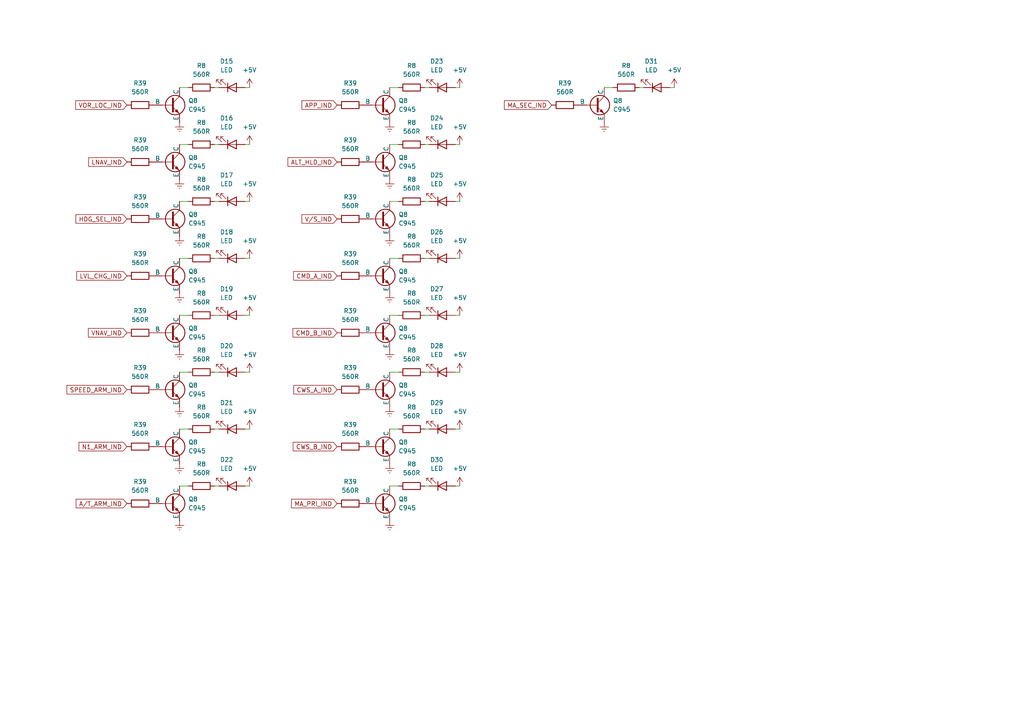
<source format=kicad_sch>
(kicad_sch (version 20230121) (generator eeschema)
  (paper "A4")
  (lib_symbols
    (symbol "Device:LED" (pin_numbers hide) (pin_names (offset 1.016) hide)
      (property "Reference" "D" (at 0 2.54 0))
      (property "Value" "LED" (at 0 -2.54 0))
      (symbol "LED_0_1"
        (polyline (pts (xy -1.27 -1.27) (xy -1.27 1.27)) (stroke (width 0.254)))
        (polyline (pts (xy -1.27 0) (xy 1.27 0)))
        (polyline (pts (xy 1.27 -1.27) (xy 1.27 1.27) (xy -1.27 0) (xy 1.27 -1.27)) (stroke (width 0.254)))
        (polyline (pts (xy -3.048 -0.762) (xy -4.572 -2.286) (xy -3.81 -2.286) (xy -4.572 -2.286) (xy -4.572 -1.524)))
        (polyline (pts (xy -1.778 -0.762) (xy -3.302 -2.286) (xy -2.54 -2.286) (xy -3.302 -2.286) (xy -3.302 -1.524)))
      )
      (symbol "LED_1_1"
        (pin passive line (at -3.81 0 0) (length 2.54) (name "K") (number "1"))
        (pin passive line (at 3.81 0 180) (length 2.54) (name "A") (number "2"))
      )
    )
    (symbol "Device:R" (pin_numbers hide) (pin_names (offset 0))
      (property "Reference" "R" (at 2.032 0 90))
      (property "Value" "R" (at 0 0 90))
      (symbol "R_0_1"
        (rectangle (start -1.016 -2.54) (end 1.016 2.54) (stroke (width 0.254)))
      )
      (symbol "R_1_1"
        (pin passive line (at 0 3.81 270) (length 1.27) (name "~") (number "1"))
        (pin passive line (at 0 -3.81 90) (length 1.27) (name "~") (number "2"))
      )
    )
    (symbol "Simulation_SPICE:NPN" (pin_numbers hide) (pin_names (offset 0))
      (property "Reference" "Q" (at -2.54 7.62 0))
      (property "Value" "NPN" (at -2.54 5.08 0))
      (symbol "NPN_0_1"
        (polyline (pts (xy -2.54 0) (xy 0.635 0)) (stroke (width 0.1524)))
        (polyline (pts (xy 0.635 0.635) (xy 2.54 2.54)))
        (polyline (pts (xy 2.794 -1.27) (xy 2.794 -1.27)) (stroke (width 0.1524)))
        (polyline (pts (xy 2.794 -1.27) (xy 2.794 -1.27)) (stroke (width 0.1524)))
        (polyline (pts (xy 0.635 -0.635) (xy 2.54 -2.54) (xy 2.54 -2.54)))
        (polyline (pts (xy 0.635 1.905) (xy 0.635 -1.905) (xy 0.635 -1.905)) (stroke (width 0.508)))
        (polyline (pts (xy 1.27 -1.778) (xy 1.778 -1.27) (xy 2.286 -2.286) (xy 1.27 -1.778) (xy 1.27 -1.778)) (fill (type outline)))
        (circle (center 1.27 0) (radius 2.8194) (stroke (width 0.254)))
      )
      (symbol "NPN_1_1"
        (pin open_collector line (at 2.54 5.08 270) (length 2.54) (name "C") (number "1"))
        (pin input line (at -5.08 0 0) (length 2.54) (name "B") (number "2"))
        (pin open_emitter line (at 2.54 -5.08 90) (length 2.54) (name "E") (number "3"))
      )
    )
    (symbol "power:+5V" (power) (pin_names (offset 0))
      (property "Value" "+5V" (at 0 3.556 0))
      (symbol "+5V_0_1"
        (polyline (pts (xy -0.762 1.27) (xy 0 2.54)))
        (polyline (pts (xy 0 0) (xy 0 2.54)))
        (polyline (pts (xy 0 2.54) (xy 0.762 1.27)))
      )
      (symbol "+5V_1_1"
        (pin power_in line (at 0 0 90) (length 0) hide (name "+5V") (number "1"))
      )
    )
    (symbol "power:Earth" (power) (pin_names (offset 0))
      (symbol "Earth_0_1"
        (polyline (pts (xy -0.635 -1.905) (xy 0.635 -1.905)))
        (polyline (pts (xy -0.127 -2.54) (xy 0.127 -2.54)))
        (polyline (pts (xy 0 -1.27) (xy 0 0)))
        (polyline (pts (xy 1.27 -1.27) (xy -1.27 -1.27)))
      )
      (symbol "Earth_1_1"
        (pin power_in line (at 0 0 270) (length 0) hide (name "Earth") (number "1"))
      )
    )
  )
  (wire (pts (xy 71.12 25.4) (xy 72.39 25.4)))
  (wire (pts (xy 71.12 140.97) (xy 72.39 140.97)))
  (wire (pts (xy 123.19 41.91) (xy 124.46 41.91)))
  (wire (pts (xy 62.23 41.91) (xy 63.5 41.91)))
  (wire (pts (xy 123.19 74.93) (xy 124.46 74.93)))
  (wire (pts (xy 113.03 140.97) (xy 115.57 140.97)))
  (wire (pts (xy 113.03 124.46) (xy 115.57 124.46)))
  (wire (pts (xy 123.19 91.44) (xy 124.46 91.44)))
  (wire (pts (xy 175.26 25.4) (xy 177.8 25.4)))
  (wire (pts (xy 113.03 41.91) (xy 115.57 41.91)))
  (wire (pts (xy 52.07 58.42) (xy 54.61 58.42)))
  (wire (pts (xy 113.03 107.95) (xy 115.57 107.95)))
  (wire (pts (xy 71.12 107.95) (xy 72.39 107.95)))
  (wire (pts (xy 52.07 107.95) (xy 54.61 107.95)))
  (wire (pts (xy 132.08 58.42) (xy 133.35 58.42)))
  (wire (pts (xy 71.12 58.42) (xy 72.39 58.42)))
  (wire (pts (xy 132.08 41.91) (xy 133.35 41.91)))
  (wire (pts (xy 113.03 25.4) (xy 115.57 25.4)))
  (wire (pts (xy 113.03 58.42) (xy 115.57 58.42)))
  (wire (pts (xy 71.12 41.91) (xy 72.39 41.91)))
  (wire (pts (xy 62.23 107.95) (xy 63.5 107.95)))
  (wire (pts (xy 62.23 91.44) (xy 63.5 91.44)))
  (wire (pts (xy 132.08 74.93) (xy 133.35 74.93)))
  (wire (pts (xy 132.08 91.44) (xy 133.35 91.44)))
  (wire (pts (xy 132.08 140.97) (xy 133.35 140.97)))
  (wire (pts (xy 123.19 58.42) (xy 124.46 58.42)))
  (wire (pts (xy 123.19 25.4) (xy 124.46 25.4)))
  (wire (pts (xy 123.19 107.95) (xy 124.46 107.95)))
  (wire (pts (xy 113.03 74.93) (xy 115.57 74.93)))
  (wire (pts (xy 113.03 91.44) (xy 115.57 91.44)))
  (wire (pts (xy 62.23 140.97) (xy 63.5 140.97)))
  (wire (pts (xy 52.07 74.93) (xy 54.61 74.93)))
  (wire (pts (xy 123.19 140.97) (xy 124.46 140.97)))
  (wire (pts (xy 62.23 74.93) (xy 63.5 74.93)))
  (wire (pts (xy 71.12 91.44) (xy 72.39 91.44)))
  (wire (pts (xy 52.07 41.91) (xy 54.61 41.91)))
  (wire (pts (xy 132.08 124.46) (xy 133.35 124.46)))
  (wire (pts (xy 52.07 124.46) (xy 54.61 124.46)))
  (wire (pts (xy 71.12 74.93) (xy 72.39 74.93)))
  (wire (pts (xy 185.42 25.4) (xy 186.69 25.4)))
  (wire (pts (xy 52.07 140.97) (xy 54.61 140.97)))
  (wire (pts (xy 52.07 91.44) (xy 54.61 91.44)))
  (wire (pts (xy 194.31 25.4) (xy 195.58 25.4)))
  (wire (pts (xy 62.23 124.46) (xy 63.5 124.46)))
  (wire (pts (xy 132.08 25.4) (xy 133.35 25.4)))
  (wire (pts (xy 71.12 124.46) (xy 72.39 124.46)))
  (wire (pts (xy 52.07 25.4) (xy 54.61 25.4)))
  (wire (pts (xy 132.08 107.95) (xy 133.35 107.95)))
  (wire (pts (xy 62.23 25.4) (xy 63.5 25.4)))
  (wire (pts (xy 62.23 58.42) (xy 63.5 58.42)))
  (wire (pts (xy 123.19 124.46) (xy 124.46 124.46)))
  (global_label "CMD_A_IND" (shape input) (at 97.79 80.01 180) (property "Intersheetrefs" "${INTERSHEET_REFS}" (effects hide)))
  (global_label "CWS_B_IND" (shape input) (at 97.79 129.54 180) (property "Intersheetrefs" "${INTERSHEET_REFS}" (effects hide)))
  (global_label "VNAV_IND" (shape input) (at 36.83 96.52 180) (property "Intersheetrefs" "${INTERSHEET_REFS}" (effects hide)))
  (global_label "V{slash}S_IND" (shape input) (at 97.79 63.5 180) (property "Intersheetrefs" "${INTERSHEET_REFS}" (effects hide)))
  (global_label "N1_ARM_IND" (shape input) (at 36.83 129.54 180) (property "Intersheetrefs" "${INTERSHEET_REFS}" (effects hide)))
  (global_label "LNAV_IND" (shape input) (at 36.83 46.99 180) (property "Intersheetrefs" "${INTERSHEET_REFS}" (effects hide)))
  (global_label "A{slash}T_ARM_IND" (shape input) (at 36.83 146.05 180) (property "Intersheetrefs" "${INTERSHEET_REFS}" (effects hide)))
  (global_label "ALT_HLD_IND" (shape input) (at 97.79 46.99 180) (property "Intersheetrefs" "${INTERSHEET_REFS}" (effects hide)))
  (global_label "SPEED_ARM_IND" (shape input) (at 36.83 113.03 180) (property "Intersheetrefs" "${INTERSHEET_REFS}" (effects hide)))
  (global_label "LVL_CHG_IND" (shape input) (at 36.83 80.01 180) (property "Intersheetrefs" "${INTERSHEET_REFS}" (effects hide)))
  (global_label "APP_IND" (shape input) (at 97.79 30.48 180) (property "Intersheetrefs" "${INTERSHEET_REFS}" (effects hide)))
  (global_label "CWS_A_IND" (shape input) (at 97.79 113.03 180) (property "Intersheetrefs" "${INTERSHEET_REFS}" (effects hide)))
  (global_label "CMD_B_IND" (shape input) (at 97.79 96.52 180) (property "Intersheetrefs" "${INTERSHEET_REFS}" (effects hide)))
  (global_label "VOR_LOC_IND" (shape input) (at 36.83 30.48 180) (property "Intersheetrefs" "${INTERSHEET_REFS}" (effects hide)))
  (global_label "MA_PRI_IND" (shape input) (at 97.79 146.05 180) (property "Intersheetrefs" "${INTERSHEET_REFS}" (effects hide)))
  (global_label "MA_SEC_IND" (shape input) (at 160.02 30.48 180) (property "Intersheetrefs" "${INTERSHEET_REFS}" (effects hide)))
  (global_label "HDG_SEL_IND" (shape input) (at 36.83 63.5 180) (property "Intersheetrefs" "${INTERSHEET_REFS}" (effects hide)))
  (symbol (lib_id "Device:LED") (at 67.31 140.97 0) (mirror x) (unit 1)
    (property "Reference" "D22" (at 65.7225 133.35 0))
    (property "Value" "LED" (at 65.7225 135.89 0))
    (property "Footprint" "Connector_PinHeader_2.54mm:PinHeader_1x02_P2.54mm_Vertical" (effects hide))
  )
  (symbol (lib_id "power:+5V") (at 133.35 91.44 0) (unit 1)
    (property "Reference" "#PWR016" (effects hide))
    (property "Value" "+5V" (at 133.35 86.36 0))
    (instances (project "mcpElectronicsv2" (path "" (reference "#PWR016") (unit 1)) (path "" (reference "#PWR090") (unit 1))))
  )
  (symbol (lib_id "Device:R") (at 119.38 58.42 90) (unit 1)
    (property "Reference" "R8" (at 119.38 52.07 90))
    (property "Value" "560R" (at 119.38 54.61 90))
    (property "Footprint" "Resistor_SMD:R_0402_1005Metric" (effects hide))
    (instances (project "mcpElectronicsv2" (path "" (reference "R8") (unit 1)) (path "" (reference "R99") (unit 1))))
  )
  (symbol (lib_id "power:+5V") (at 133.35 58.42 0) (unit 1)
    (property "Reference" "#PWR016" (effects hide))
    (property "Value" "+5V" (at 133.35 53.34 0))
    (instances (project "mcpElectronicsv2" (path "" (reference "#PWR016") (unit 1)) (path "" (reference "#PWR088") (unit 1))))
  )
  (symbol (lib_id "power:+5V") (at 133.35 140.97 0) (unit 1)
    (property "Reference" "#PWR016" (effects hide))
    (property "Value" "+5V" (at 133.35 135.89 0))
    (instances (project "mcpElectronicsv2" (path "" (reference "#PWR016") (unit 1)) (path "" (reference "#PWR093") (unit 1))))
  )
  (symbol (lib_id "power:+5V") (at 72.39 124.46 0) (unit 1)
    (property "Reference" "#PWR016" (effects hide))
    (property "Value" "+5V" (at 72.39 119.38 0))
    (instances (project "mcpElectronicsv2" (path "" (reference "#PWR016") (unit 1)) (path "" (reference "#PWR076") (unit 1))))
  )
  (symbol (lib_id "Device:R") (at 181.61 25.4 90) (unit 1)
    (property "Reference" "R8" (at 181.61 19.05 90))
    (property "Value" "560R" (at 181.61 21.59 90))
    (property "Footprint" "Resistor_SMD:R_0402_1005Metric" (effects hide))
    (instances (project "mcpElectronicsv2" (path "" (reference "R8") (unit 1)) (path "" (reference "R106") (unit 1))))
  )
  (symbol (lib_id "power:+5V") (at 133.35 107.95 0) (unit 1)
    (property "Reference" "#PWR016" (effects hide))
    (property "Value" "+5V" (at 133.35 102.87 0))
    (instances (project "mcpElectronicsv2" (path "" (reference "#PWR016") (unit 1)) (path "" (reference "#PWR091") (unit 1))))
  )
  (symbol (lib_id "Simulation_SPICE:NPN") (at 49.53 96.52 0) (unit 1)
    (property "Reference" "Q8" (at 54.61 95.25 0) (effects (justify left)))
    (property "Value" "C945" (at 54.61 97.79 0) (effects (justify left)))
    (property "Footprint" "Package_TO_SOT_THT:TO-92_Inline" (effects hide))
    (property "Sim.Device" "NPN" (effects hide))
    (property "Sim.Type" "GUMMELPOON" (effects hide))
    (property "Sim.Pins" "1=C 2=B 3=E" (effects hide))
    (instances (project "mcpElectronicsv2" (path "" (reference "Q8") (unit 1)) (path "" (reference "Q39") (unit 1))))
  )
  (symbol (lib_id "Device:R") (at 101.6 63.5 90) (unit 1)
    (property "Reference" "R39" (at 101.6 57.15 90))
    (property "Value" "560R" (at 101.6 59.69 90))
    (property "Footprint" "Resistor_SMD:R_0402_1005Metric" (effects hide))
    (instances (project "mcpElectronicsv2" (path "" (reference "R39") (unit 1)) (path "" (reference "R91") (unit 1))))
  )
  (symbol (lib_id "power:Earth") (at 113.03 101.6 0) (unit 1)
    (property "Reference" "#PWR082" (effects hide))
    (property "Value" "Earth" (effects hide))
  )
  (symbol (lib_id "Device:R") (at 119.38 124.46 90) (unit 1)
    (property "Reference" "R8" (at 119.38 118.11 90))
    (property "Value" "560R" (at 119.38 120.65 90))
    (property "Footprint" "Resistor_SMD:R_0402_1005Metric" (effects hide))
    (instances (project "mcpElectronicsv2" (path "" (reference "R8") (unit 1)) (path "" (reference "R103") (unit 1))))
  )
  (symbol (lib_id "Simulation_SPICE:NPN") (at 110.49 63.5 0) (unit 1)
    (property "Reference" "Q8" (at 115.57 62.23 0) (effects (justify left)))
    (property "Value" "C945" (at 115.57 64.77 0) (effects (justify left)))
    (property "Footprint" "Package_TO_SOT_THT:TO-92_Inline" (effects hide))
    (property "Sim.Device" "NPN" (effects hide))
    (property "Sim.Type" "GUMMELPOON" (effects hide))
    (property "Sim.Pins" "1=C 2=B 3=E" (effects hide))
    (instances (project "mcpElectronicsv2" (path "" (reference "Q8") (unit 1)) (path "" (reference "Q45") (unit 1))))
  )
  (symbol (lib_id "power:Earth") (at 113.03 35.56 0) (unit 1)
    (property "Reference" "#PWR078" (effects hide))
    (property "Value" "Earth" (effects hide))
  )
  (symbol (lib_id "power:+5V") (at 133.35 124.46 0) (unit 1)
    (property "Reference" "#PWR016" (effects hide))
    (property "Value" "+5V" (at 133.35 119.38 0))
    (instances (project "mcpElectronicsv2" (path "" (reference "#PWR016") (unit 1)) (path "" (reference "#PWR092") (unit 1))))
  )
  (symbol (lib_id "Simulation_SPICE:NPN") (at 110.49 113.03 0) (unit 1)
    (property "Reference" "Q8" (at 115.57 111.76 0) (effects (justify left)))
    (property "Value" "C945" (at 115.57 114.3 0) (effects (justify left)))
    (property "Footprint" "Package_TO_SOT_THT:TO-92_Inline" (effects hide))
    (property "Sim.Device" "NPN" (effects hide))
    (property "Sim.Type" "GUMMELPOON" (effects hide))
    (property "Sim.Pins" "1=C 2=B 3=E" (effects hide))
    (instances (project "mcpElectronicsv2" (path "" (reference "Q8") (unit 1)) (path "" (reference "Q48") (unit 1))))
  )
  (symbol (lib_id "Device:R") (at 163.83 30.48 90) (unit 1)
    (property "Reference" "R39" (at 163.83 24.13 90))
    (property "Value" "560R" (at 163.83 26.67 90))
    (property "Footprint" "Resistor_SMD:R_0402_1005Metric" (effects hide))
    (instances (project "mcpElectronicsv2" (path "" (reference "R39") (unit 1)) (path "" (reference "R105") (unit 1))))
  )
  (symbol (lib_id "Device:LED") (at 128.27 25.4 0) (mirror x) (unit 1)
    (property "Reference" "D23" (at 126.6825 17.78 0))
    (property "Value" "LED" (at 126.6825 20.32 0))
    (property "Footprint" "Connector_PinHeader_2.54mm:PinHeader_1x02_P2.54mm_Vertical" (effects hide))
  )
  (symbol (lib_id "power:Earth") (at 113.03 52.07 0) (unit 1)
    (property "Reference" "#PWR079" (effects hide))
    (property "Value" "Earth" (effects hide))
  )
  (symbol (lib_id "Device:R") (at 119.38 91.44 90) (unit 1)
    (property "Reference" "R8" (at 119.38 85.09 90))
    (property "Value" "560R" (at 119.38 87.63 90))
    (property "Footprint" "Resistor_SMD:R_0402_1005Metric" (effects hide))
    (instances (project "mcpElectronicsv2" (path "" (reference "R8") (unit 1)) (path "" (reference "R101") (unit 1))))
  )
  (symbol (lib_id "power:Earth") (at 52.07 118.11 0) (unit 1)
    (property "Reference" "#PWR071" (effects hide))
    (property "Value" "Earth" (effects hide))
  )
  (symbol (lib_id "Device:R") (at 101.6 146.05 90) (unit 1)
    (property "Reference" "R39" (at 101.6 139.7 90))
    (property "Value" "560R" (at 101.6 142.24 90))
    (property "Footprint" "Resistor_SMD:R_0402_1005Metric" (effects hide))
    (instances (project "mcpElectronicsv2" (path "" (reference "R39") (unit 1)) (path "" (reference "R96") (unit 1))))
  )
  (symbol (lib_id "power:Earth") (at 52.07 35.56 0) (unit 1)
    (property "Reference" "#PWR062" (effects hide))
    (property "Value" "Earth" (effects hide))
  )
  (symbol (lib_id "Device:R") (at 40.64 63.5 90) (unit 1)
    (property "Reference" "R39" (at 40.64 57.15 90))
    (property "Value" "560R" (at 40.64 59.69 90))
    (property "Footprint" "Resistor_SMD:R_0402_1005Metric" (effects hide))
    (instances (project "mcpElectronicsv2" (path "" (reference "R39") (unit 1)) (path "" (reference "R77") (unit 1))))
  )
  (symbol (lib_id "power:+5V") (at 133.35 25.4 0) (unit 1)
    (property "Reference" "#PWR016" (effects hide))
    (property "Value" "+5V" (at 133.35 20.32 0))
    (instances (project "mcpElectronicsv2" (path "" (reference "#PWR016") (unit 1)) (path "" (reference "#PWR086") (unit 1))))
  )
  (symbol (lib_id "Device:R") (at 40.64 80.01 90) (unit 1)
    (property "Reference" "R39" (at 40.64 73.66 90))
    (property "Value" "560R" (at 40.64 76.2 90))
    (property "Footprint" "Resistor_SMD:R_0402_1005Metric" (effects hide))
    (instances (project "mcpElectronicsv2" (path "" (reference "R39") (unit 1)) (path "" (reference "R78") (unit 1))))
  )
  (symbol (lib_id "power:Earth") (at 52.07 151.13 0) (unit 1)
    (property "Reference" "#PWR073" (effects hide))
    (property "Value" "Earth" (effects hide))
  )
  (symbol (lib_id "Simulation_SPICE:NPN") (at 49.53 80.01 0) (unit 1)
    (property "Reference" "Q8" (at 54.61 78.74 0) (effects (justify left)))
    (property "Value" "C945" (at 54.61 81.28 0) (effects (justify left)))
    (property "Footprint" "Package_TO_SOT_THT:TO-92_Inline" (effects hide))
    (property "Sim.Device" "NPN" (effects hide))
    (property "Sim.Type" "GUMMELPOON" (effects hide))
    (property "Sim.Pins" "1=C 2=B 3=E" (effects hide))
    (instances (project "mcpElectronicsv2" (path "" (reference "Q8") (unit 1)) (path "" (reference "Q38") (unit 1))))
  )
  (symbol (lib_id "power:+5V") (at 72.39 74.93 0) (unit 1)
    (property "Reference" "#PWR016" (effects hide))
    (property "Value" "+5V" (at 72.39 69.85 0))
    (instances (project "mcpElectronicsv2" (path "" (reference "#PWR016") (unit 1)) (path "" (reference "#PWR069") (unit 1))))
  )
  (symbol (lib_id "Simulation_SPICE:NPN") (at 172.72 30.48 0) (unit 1)
    (property "Reference" "Q8" (at 177.8 29.21 0) (effects (justify left)))
    (property "Value" "C945" (at 177.8 31.75 0) (effects (justify left)))
    (property "Footprint" "Package_TO_SOT_THT:TO-92_Inline" (effects hide))
    (property "Sim.Device" "NPN" (effects hide))
    (property "Sim.Type" "GUMMELPOON" (effects hide))
    (property "Sim.Pins" "1=C 2=B 3=E" (effects hide))
    (instances (project "mcpElectronicsv2" (path "" (reference "Q8") (unit 1)) (path "" (reference "Q51") (unit 1))))
  )
  (symbol (lib_id "Device:R") (at 40.64 146.05 90) (unit 1)
    (property "Reference" "R39" (at 40.64 139.7 90))
    (property "Value" "560R" (at 40.64 142.24 90))
    (property "Footprint" "Resistor_SMD:R_0402_1005Metric" (effects hide))
    (instances (project "mcpElectronicsv2" (path "" (reference "R39") (unit 1)) (path "" (reference "R84") (unit 1))))
  )
  (symbol (lib_id "power:+5V") (at 133.35 74.93 0) (unit 1)
    (property "Reference" "#PWR016" (effects hide))
    (property "Value" "+5V" (at 133.35 69.85 0))
    (instances (project "mcpElectronicsv2" (path "" (reference "#PWR016") (unit 1)) (path "" (reference "#PWR089") (unit 1))))
  )
  (symbol (lib_id "Device:R") (at 101.6 46.99 90) (unit 1)
    (property "Reference" "R39" (at 101.6 40.64 90))
    (property "Value" "560R" (at 101.6 43.18 90))
    (property "Footprint" "Resistor_SMD:R_0402_1005Metric" (effects hide))
    (instances (project "mcpElectronicsv2" (path "" (reference "R39") (unit 1)) (path "" (reference "R90") (unit 1))))
  )
  (symbol (lib_id "Simulation_SPICE:NPN") (at 49.53 63.5 0) (unit 1)
    (property "Reference" "Q8" (at 54.61 62.23 0) (effects (justify left)))
    (property "Value" "C945" (at 54.61 64.77 0) (effects (justify left)))
    (property "Footprint" "Package_TO_SOT_THT:TO-92_Inline" (effects hide))
    (property "Sim.Device" "NPN" (effects hide))
    (property "Sim.Type" "GUMMELPOON" (effects hide))
    (property "Sim.Pins" "1=C 2=B 3=E" (effects hide))
    (instances (project "mcpElectronicsv2" (path "" (reference "Q8") (unit 1)) (path "" (reference "Q37") (unit 1))))
  )
  (symbol (lib_id "Device:R") (at 58.42 140.97 90) (unit 1)
    (property "Reference" "R8" (at 58.42 134.62 90))
    (property "Value" "560R" (at 58.42 137.16 90))
    (property "Footprint" "Resistor_SMD:R_0402_1005Metric" (effects hide))
    (instances (project "mcpElectronicsv2" (path "" (reference "R8") (unit 1)) (path "" (reference "R88") (unit 1))))
  )
  (symbol (lib_id "Simulation_SPICE:NPN") (at 110.49 129.54 0) (unit 1)
    (property "Reference" "Q8" (at 115.57 128.27 0) (effects (justify left)))
    (property "Value" "C945" (at 115.57 130.81 0) (effects (justify left)))
    (property "Footprint" "Package_TO_SOT_THT:TO-92_Inline" (effects hide))
    (property "Sim.Device" "NPN" (effects hide))
    (property "Sim.Type" "GUMMELPOON" (effects hide))
    (property "Sim.Pins" "1=C 2=B 3=E" (effects hide))
    (instances (project "mcpElectronicsv2" (path "" (reference "Q8") (unit 1)) (path "" (reference "Q49") (unit 1))))
  )
  (symbol (lib_id "Device:R") (at 119.38 140.97 90) (unit 1)
    (property "Reference" "R8" (at 119.38 134.62 90))
    (property "Value" "560R" (at 119.38 137.16 90))
    (property "Footprint" "Resistor_SMD:R_0402_1005Metric" (effects hide))
    (instances (project "mcpElectronicsv2" (path "" (reference "R8") (unit 1)) (path "" (reference "R104") (unit 1))))
  )
  (symbol (lib_id "Device:R") (at 40.64 46.99 90) (unit 1)
    (property "Reference" "R39" (at 40.64 40.64 90))
    (property "Value" "560R" (at 40.64 43.18 90))
    (property "Footprint" "Resistor_SMD:R_0402_1005Metric" (effects hide))
    (instances (project "mcpElectronicsv2" (path "" (reference "R39") (unit 1)) (path "" (reference "R75") (unit 1))))
  )
  (symbol (lib_id "power:Earth") (at 113.03 118.11 0) (unit 1)
    (property "Reference" "#PWR083" (effects hide))
    (property "Value" "Earth" (effects hide))
  )
  (symbol (lib_id "Device:R") (at 58.42 25.4 90) (unit 1)
    (property "Reference" "R8" (at 58.42 19.05 90))
    (property "Value" "560R" (at 58.42 21.59 90))
    (property "Footprint" "Resistor_SMD:R_0402_1005Metric" (effects hide))
    (instances (project "mcpElectronicsv2" (path "" (reference "R8") (unit 1)) (path "" (reference "R74") (unit 1))))
  )
  (symbol (lib_id "power:+5V") (at 72.39 91.44 0) (unit 1)
    (property "Reference" "#PWR016" (effects hide))
    (property "Value" "+5V" (at 72.39 86.36 0))
    (instances (project "mcpElectronicsv2" (path "" (reference "#PWR016") (unit 1)) (path "" (reference "#PWR074") (unit 1))))
  )
  (symbol (lib_id "Device:LED") (at 128.27 58.42 0) (mirror x) (unit 1)
    (property "Reference" "D25" (at 126.6825 50.8 0))
    (property "Value" "LED" (at 126.6825 53.34 0))
    (property "Footprint" "Connector_PinHeader_2.54mm:PinHeader_1x02_P2.54mm_Vertical" (effects hide))
  )
  (symbol (lib_id "Device:R") (at 40.64 113.03 90) (unit 1)
    (property "Reference" "R39" (at 40.64 106.68 90))
    (property "Value" "560R" (at 40.64 109.22 90))
    (property "Footprint" "Resistor_SMD:R_0402_1005Metric" (effects hide))
    (instances (project "mcpElectronicsv2" (path "" (reference "R39") (unit 1)) (path "" (reference "R82") (unit 1))))
  )
  (symbol (lib_id "Device:LED") (at 67.31 124.46 0) (mirror x) (unit 1)
    (property "Reference" "D21" (at 65.7225 116.84 0))
    (property "Value" "LED" (at 65.7225 119.38 0))
    (property "Footprint" "Connector_PinHeader_2.54mm:PinHeader_1x02_P2.54mm_Vertical" (effects hide))
  )
  (symbol (lib_id "power:+5V") (at 72.39 140.97 0) (unit 1)
    (property "Reference" "#PWR016" (effects hide))
    (property "Value" "+5V" (at 72.39 135.89 0))
    (instances (project "mcpElectronicsv2" (path "" (reference "#PWR016") (unit 1)) (path "" (reference "#PWR077") (unit 1))))
  )
  (symbol (lib_id "Simulation_SPICE:NPN") (at 49.53 146.05 0) (unit 1)
    (property "Reference" "Q8" (at 54.61 144.78 0) (effects (justify left)))
    (property "Value" "C945" (at 54.61 147.32 0) (effects (justify left)))
    (property "Footprint" "Package_TO_SOT_THT:TO-92_Inline" (effects hide))
    (property "Sim.Device" "NPN" (effects hide))
    (property "Sim.Type" "GUMMELPOON" (effects hide))
    (property "Sim.Pins" "1=C 2=B 3=E" (effects hide))
    (instances (project "mcpElectronicsv2" (path "" (reference "Q8") (unit 1)) (path "" (reference "Q42") (unit 1))))
  )
  (symbol (lib_id "power:Earth") (at 52.07 68.58 0) (unit 1)
    (property "Reference" "#PWR066" (effects hide))
    (property "Value" "Earth" (effects hide))
  )
  (symbol (lib_id "power:Earth") (at 52.07 101.6 0) (unit 1)
    (property "Reference" "#PWR070" (effects hide))
    (property "Value" "Earth" (effects hide))
  )
  (symbol (lib_id "Device:R") (at 119.38 107.95 90) (unit 1)
    (property "Reference" "R8" (at 119.38 101.6 90))
    (property "Value" "560R" (at 119.38 104.14 90))
    (property "Footprint" "Resistor_SMD:R_0402_1005Metric" (effects hide))
    (instances (project "mcpElectronicsv2" (path "" (reference "R8") (unit 1)) (path "" (reference "R102") (unit 1))))
  )
  (symbol (lib_id "Device:R") (at 58.42 58.42 90) (unit 1)
    (property "Reference" "R8" (at 58.42 52.07 90))
    (property "Value" "560R" (at 58.42 54.61 90))
    (property "Footprint" "Resistor_SMD:R_0402_1005Metric" (effects hide))
    (instances (project "mcpElectronicsv2" (path "" (reference "R8") (unit 1)) (path "" (reference "R79") (unit 1))))
  )
  (symbol (lib_id "Device:LED") (at 67.31 74.93 0) (mirror x) (unit 1)
    (property "Reference" "D18" (at 65.7225 67.31 0))
    (property "Value" "LED" (at 65.7225 69.85 0))
    (property "Footprint" "Connector_PinHeader_2.54mm:PinHeader_1x02_P2.54mm_Vertical" (effects hide))
  )
  (symbol (lib_id "power:+5V") (at 195.58 25.4 0) (unit 1)
    (property "Reference" "#PWR016" (effects hide))
    (property "Value" "+5V" (at 195.58 20.32 0))
    (instances (project "mcpElectronicsv2" (path "" (reference "#PWR016") (unit 1)) (path "" (reference "#PWR095") (unit 1))))
  )
  (symbol (lib_id "Device:R") (at 58.42 74.93 90) (unit 1)
    (property "Reference" "R8" (at 58.42 68.58 90))
    (property "Value" "560R" (at 58.42 71.12 90))
    (property "Footprint" "Resistor_SMD:R_0402_1005Metric" (effects hide))
    (instances (project "mcpElectronicsv2" (path "" (reference "R8") (unit 1)) (path "" (reference "R80") (unit 1))))
  )
  (symbol (lib_id "power:Earth") (at 113.03 68.58 0) (unit 1)
    (property "Reference" "#PWR080" (effects hide))
    (property "Value" "Earth" (effects hide))
  )
  (symbol (lib_id "Simulation_SPICE:NPN") (at 110.49 46.99 0) (unit 1)
    (property "Reference" "Q8" (at 115.57 45.72 0) (effects (justify left)))
    (property "Value" "C945" (at 115.57 48.26 0) (effects (justify left)))
    (property "Footprint" "Package_TO_SOT_THT:TO-92_Inline" (effects hide))
    (property "Sim.Device" "NPN" (effects hide))
    (property "Sim.Type" "GUMMELPOON" (effects hide))
    (property "Sim.Pins" "1=C 2=B 3=E" (effects hide))
    (instances (project "mcpElectronicsv2" (path "" (reference "Q8") (unit 1)) (path "" (reference "Q44") (unit 1))))
  )
  (symbol (lib_id "Simulation_SPICE:NPN") (at 110.49 80.01 0) (unit 1)
    (property "Reference" "Q8" (at 115.57 78.74 0) (effects (justify left)))
    (property "Value" "C945" (at 115.57 81.28 0) (effects (justify left)))
    (property "Footprint" "Package_TO_SOT_THT:TO-92_Inline" (effects hide))
    (property "Sim.Device" "NPN" (effects hide))
    (property "Sim.Type" "GUMMELPOON" (effects hide))
    (property "Sim.Pins" "1=C 2=B 3=E" (effects hide))
    (instances (project "mcpElectronicsv2" (path "" (reference "Q8") (unit 1)) (path "" (reference "Q46") (unit 1))))
  )
  (symbol (lib_id "power:+5V") (at 133.35 41.91 0) (unit 1)
    (property "Reference" "#PWR016" (effects hide))
    (property "Value" "+5V" (at 133.35 36.83 0))
    (instances (project "mcpElectronicsv2" (path "" (reference "#PWR016") (unit 1)) (path "" (reference "#PWR087") (unit 1))))
  )
  (symbol (lib_id "power:+5V") (at 72.39 107.95 0) (unit 1)
    (property "Reference" "#PWR016" (effects hide))
    (property "Value" "+5V" (at 72.39 102.87 0))
    (instances (project "mcpElectronicsv2" (path "" (reference "#PWR016") (unit 1)) (path "" (reference "#PWR075") (unit 1))))
  )
  (symbol (lib_id "Device:LED") (at 67.31 91.44 0) (mirror x) (unit 1)
    (property "Reference" "D19" (at 65.7225 83.82 0))
    (property "Value" "LED" (at 65.7225 86.36 0))
    (property "Footprint" "Connector_PinHeader_2.54mm:PinHeader_1x02_P2.54mm_Vertical" (effects hide))
  )
  (symbol (lib_id "Device:LED") (at 128.27 124.46 0) (mirror x) (unit 1)
    (property "Reference" "D29" (at 126.6825 116.84 0))
    (property "Value" "LED" (at 126.6825 119.38 0))
    (property "Footprint" "Connector_PinHeader_2.54mm:PinHeader_1x02_P2.54mm_Vertical" (effects hide))
  )
  (symbol (lib_id "Device:R") (at 101.6 96.52 90) (unit 1)
    (property "Reference" "R39" (at 101.6 90.17 90))
    (property "Value" "560R" (at 101.6 92.71 90))
    (property "Footprint" "Resistor_SMD:R_0402_1005Metric" (effects hide))
    (instances (project "mcpElectronicsv2" (path "" (reference "R39") (unit 1)) (path "" (reference "R93") (unit 1))))
  )
  (symbol (lib_id "Simulation_SPICE:NPN") (at 49.53 113.03 0) (unit 1)
    (property "Reference" "Q8" (at 54.61 111.76 0) (effects (justify left)))
    (property "Value" "C945" (at 54.61 114.3 0) (effects (justify left)))
    (property "Footprint" "Package_TO_SOT_THT:TO-92_Inline" (effects hide))
    (property "Sim.Device" "NPN" (effects hide))
    (property "Sim.Type" "GUMMELPOON" (effects hide))
    (property "Sim.Pins" "1=C 2=B 3=E" (effects hide))
    (instances (project "mcpElectronicsv2" (path "" (reference "Q8") (unit 1)) (path "" (reference "Q40") (unit 1))))
  )
  (symbol (lib_id "power:Earth") (at 52.07 134.62 0) (unit 1)
    (property "Reference" "#PWR072" (effects hide))
    (property "Value" "Earth" (effects hide))
  )
  (symbol (lib_id "Device:R") (at 119.38 41.91 90) (unit 1)
    (property "Reference" "R8" (at 119.38 35.56 90))
    (property "Value" "560R" (at 119.38 38.1 90))
    (property "Footprint" "Resistor_SMD:R_0402_1005Metric" (effects hide))
    (instances (project "mcpElectronicsv2" (path "" (reference "R8") (unit 1)) (path "" (reference "R98") (unit 1))))
  )
  (symbol (lib_id "Device:LED") (at 128.27 91.44 0) (mirror x) (unit 1)
    (property "Reference" "D27" (at 126.6825 83.82 0))
    (property "Value" "LED" (at 126.6825 86.36 0))
    (property "Footprint" "Connector_PinHeader_2.54mm:PinHeader_1x02_P2.54mm_Vertical" (effects hide))
  )
  (symbol (lib_id "Device:LED") (at 128.27 41.91 0) (mirror x) (unit 1)
    (property "Reference" "D24" (at 126.6825 34.29 0))
    (property "Value" "LED" (at 126.6825 36.83 0))
    (property "Footprint" "Connector_PinHeader_2.54mm:PinHeader_1x02_P2.54mm_Vertical" (effects hide))
  )
  (symbol (lib_id "Device:R") (at 40.64 129.54 90) (unit 1)
    (property "Reference" "R39" (at 40.64 123.19 90))
    (property "Value" "560R" (at 40.64 125.73 90))
    (property "Footprint" "Resistor_SMD:R_0402_1005Metric" (effects hide))
    (instances (project "mcpElectronicsv2" (path "" (reference "R39") (unit 1)) (path "" (reference "R83") (unit 1))))
  )
  (symbol (lib_id "Device:R") (at 119.38 74.93 90) (unit 1)
    (property "Reference" "R8" (at 119.38 68.58 90))
    (property "Value" "560R" (at 119.38 71.12 90))
    (property "Footprint" "Resistor_SMD:R_0402_1005Metric" (effects hide))
    (instances (project "mcpElectronicsv2" (path "" (reference "R8") (unit 1)) (path "" (reference "R100") (unit 1))))
  )
  (symbol (lib_id "Device:R") (at 40.64 30.48 90) (unit 1)
    (property "Reference" "R39" (at 40.64 24.13 90))
    (property "Value" "560R" (at 40.64 26.67 90))
    (property "Footprint" "Resistor_SMD:R_0402_1005Metric" (effects hide))
    (instances (project "mcpElectronicsv2" (path "" (reference "R39") (unit 1)) (path "" (reference "R73") (unit 1))))
  )
  (symbol (lib_id "Simulation_SPICE:NPN") (at 110.49 30.48 0) (unit 1)
    (property "Reference" "Q8" (at 115.57 29.21 0) (effects (justify left)))
    (property "Value" "C945" (at 115.57 31.75 0) (effects (justify left)))
    (property "Footprint" "Package_TO_SOT_THT:TO-92_Inline" (effects hide))
    (property "Sim.Device" "NPN" (effects hide))
    (property "Sim.Type" "GUMMELPOON" (effects hide))
    (property "Sim.Pins" "1=C 2=B 3=E" (effects hide))
    (instances (project "mcpElectronicsv2" (path "" (reference "Q8") (unit 1)) (path "" (reference "Q43") (unit 1))))
  )
  (symbol (lib_id "power:Earth") (at 113.03 85.09 0) (unit 1)
    (property "Reference" "#PWR081" (effects hide))
    (property "Value" "Earth" (effects hide))
  )
  (symbol (lib_id "Device:LED") (at 67.31 25.4 0) (mirror x) (unit 1)
    (property "Reference" "D15" (at 65.7225 17.78 0))
    (property "Value" "LED" (at 65.7225 20.32 0))
    (property "Footprint" "Connector_PinHeader_2.54mm:PinHeader_1x02_P2.54mm_Vertical" (effects hide))
  )
  (symbol (lib_id "Simulation_SPICE:NPN") (at 110.49 146.05 0) (unit 1)
    (property "Reference" "Q8" (at 115.57 144.78 0) (effects (justify left)))
    (property "Value" "C945" (at 115.57 147.32 0) (effects (justify left)))
    (property "Footprint" "Package_TO_SOT_THT:TO-92_Inline" (effects hide))
    (property "Sim.Device" "NPN" (effects hide))
    (property "Sim.Type" "GUMMELPOON" (effects hide))
    (property "Sim.Pins" "1=C 2=B 3=E" (effects hide))
    (instances (project "mcpElectronicsv2" (path "" (reference "Q8") (unit 1)) (path "" (reference "Q50") (unit 1))))
  )
  (symbol (lib_id "power:Earth") (at 113.03 134.62 0) (unit 1)
    (property "Reference" "#PWR084" (effects hide))
    (property "Value" "Earth" (effects hide))
  )
  (symbol (lib_id "power:+5V") (at 72.39 58.42 0) (unit 1)
    (property "Reference" "#PWR016" (effects hide))
    (property "Value" "+5V" (at 72.39 53.34 0))
    (instances (project "mcpElectronicsv2" (path "" (reference "#PWR016") (unit 1)) (path "" (reference "#PWR068") (unit 1))))
  )
  (symbol (lib_id "power:Earth") (at 113.03 151.13 0) (unit 1)
    (property "Reference" "#PWR085" (effects hide))
    (property "Value" "Earth" (effects hide))
  )
  (symbol (lib_id "Device:LED") (at 128.27 107.95 0) (mirror x) (unit 1)
    (property "Reference" "D28" (at 126.6825 100.33 0))
    (property "Value" "LED" (at 126.6825 102.87 0))
    (property "Footprint" "Connector_PinHeader_2.54mm:PinHeader_1x02_P2.54mm_Vertical" (effects hide))
  )
  (symbol (lib_id "power:+5V") (at 72.39 25.4 0) (unit 1)
    (property "Reference" "#PWR016" (effects hide))
    (property "Value" "+5V" (at 72.39 20.32 0))
    (instances (project "mcpElectronicsv2" (path "" (reference "#PWR016") (unit 1)) (path "" (reference "#PWR063") (unit 1))))
  )
  (symbol (lib_id "Device:LED") (at 67.31 58.42 0) (mirror x) (unit 1)
    (property "Reference" "D17" (at 65.7225 50.8 0))
    (property "Value" "LED" (at 65.7225 53.34 0))
    (property "Footprint" "Connector_PinHeader_2.54mm:PinHeader_1x02_P2.54mm_Vertical" (effects hide))
  )
  (symbol (lib_id "Device:R") (at 58.42 41.91 90) (unit 1)
    (property "Reference" "R8" (at 58.42 35.56 90))
    (property "Value" "560R" (at 58.42 38.1 90))
    (property "Footprint" "Resistor_SMD:R_0402_1005Metric" (effects hide))
    (instances (project "mcpElectronicsv2" (path "" (reference "R8") (unit 1)) (path "" (reference "R76") (unit 1))))
  )
  (symbol (lib_id "Device:R") (at 101.6 80.01 90) (unit 1)
    (property "Reference" "R39" (at 101.6 73.66 90))
    (property "Value" "560R" (at 101.6 76.2 90))
    (property "Footprint" "Resistor_SMD:R_0402_1005Metric" (effects hide))
    (instances (project "mcpElectronicsv2" (path "" (reference "R39") (unit 1)) (path "" (reference "R92") (unit 1))))
  )
  (symbol (lib_id "Device:LED") (at 128.27 140.97 0) (mirror x) (unit 1)
    (property "Reference" "D30" (at 126.6825 133.35 0))
    (property "Value" "LED" (at 126.6825 135.89 0))
    (property "Footprint" "Connector_PinHeader_2.54mm:PinHeader_1x02_P2.54mm_Vertical" (effects hide))
  )
  (symbol (lib_id "power:Earth") (at 52.07 52.07 0) (unit 1)
    (property "Reference" "#PWR064" (effects hide))
    (property "Value" "Earth" (effects hide))
  )
  (symbol (lib_id "power:+5V") (at 72.39 41.91 0) (unit 1)
    (property "Reference" "#PWR016" (effects hide))
    (property "Value" "+5V" (at 72.39 36.83 0))
    (instances (project "mcpElectronicsv2" (path "" (reference "#PWR016") (unit 1)) (path "" (reference "#PWR065") (unit 1))))
  )
  (symbol (lib_id "Device:R") (at 119.38 25.4 90) (unit 1)
    (property "Reference" "R8" (at 119.38 19.05 90))
    (property "Value" "560R" (at 119.38 21.59 90))
    (property "Footprint" "Resistor_SMD:R_0402_1005Metric" (effects hide))
    (instances (project "mcpElectronicsv2" (path "" (reference "R8") (unit 1)) (path "" (reference "R97") (unit 1))))
  )
  (symbol (lib_id "Device:LED") (at 67.31 41.91 0) (mirror x) (unit 1)
    (property "Reference" "D16" (at 65.7225 34.29 0))
    (property "Value" "LED" (at 65.7225 36.83 0))
    (property "Footprint" "Connector_PinHeader_2.54mm:PinHeader_1x02_P2.54mm_Vertical" (effects hide))
  )
  (symbol (lib_id "power:Earth") (at 175.26 35.56 0) (unit 1)
    (property "Reference" "#PWR094" (effects hide))
    (property "Value" "Earth" (effects hide))
  )
  (symbol (lib_id "Device:R") (at 101.6 129.54 90) (unit 1)
    (property "Reference" "R39" (at 101.6 123.19 90))
    (property "Value" "560R" (at 101.6 125.73 90))
    (property "Footprint" "Resistor_SMD:R_0402_1005Metric" (effects hide))
    (instances (project "mcpElectronicsv2" (path "" (reference "R39") (unit 1)) (path "" (reference "R95") (unit 1))))
  )
  (symbol (lib_id "Device:R") (at 101.6 113.03 90) (unit 1)
    (property "Reference" "R39" (at 101.6 106.68 90))
    (property "Value" "560R" (at 101.6 109.22 90))
    (property "Footprint" "Resistor_SMD:R_0402_1005Metric" (effects hide))
    (instances (project "mcpElectronicsv2" (path "" (reference "R39") (unit 1)) (path "" (reference "R94") (unit 1))))
  )
  (symbol (lib_id "Device:R") (at 101.6 30.48 90) (unit 1)
    (property "Reference" "R39" (at 101.6 24.13 90))
    (property "Value" "560R" (at 101.6 26.67 90))
    (property "Footprint" "Resistor_SMD:R_0402_1005Metric" (effects hide))
    (instances (project "mcpElectronicsv2" (path "" (reference "R39") (unit 1)) (path "" (reference "R89") (unit 1))))
  )
  (symbol (lib_id "Simulation_SPICE:NPN") (at 49.53 30.48 0) (unit 1)
    (property "Reference" "Q8" (at 54.61 29.21 0) (effects (justify left)))
    (property "Value" "C945" (at 54.61 31.75 0) (effects (justify left)))
    (property "Footprint" "Package_TO_SOT_THT:TO-92_Inline" (effects hide))
    (property "Sim.Device" "NPN" (effects hide))
    (property "Sim.Type" "GUMMELPOON" (effects hide))
    (property "Sim.Pins" "1=C 2=B 3=E" (effects hide))
    (instances (project "mcpElectronicsv2" (path "" (reference "Q8") (unit 1)) (path "" (reference "Q35") (unit 1))))
  )
  (symbol (lib_id "Device:LED") (at 67.31 107.95 0) (mirror x) (unit 1)
    (property "Reference" "D20" (at 65.7225 100.33 0))
    (property "Value" "LED" (at 65.7225 102.87 0))
    (property "Footprint" "Connector_PinHeader_2.54mm:PinHeader_1x02_P2.54mm_Vertical" (effects hide))
  )
  (symbol (lib_id "Simulation_SPICE:NPN") (at 49.53 46.99 0) (unit 1)
    (property "Reference" "Q8" (at 54.61 45.72 0) (effects (justify left)))
    (property "Value" "C945" (at 54.61 48.26 0) (effects (justify left)))
    (property "Footprint" "Package_TO_SOT_THT:TO-92_Inline" (effects hide))
    (property "Sim.Device" "NPN" (effects hide))
    (property "Sim.Type" "GUMMELPOON" (effects hide))
    (property "Sim.Pins" "1=C 2=B 3=E" (effects hide))
    (instances (project "mcpElectronicsv2" (path "" (reference "Q8") (unit 1)) (path "" (reference "Q36") (unit 1))))
  )
  (symbol (lib_id "Simulation_SPICE:NPN") (at 110.49 96.52 0) (unit 1)
    (property "Reference" "Q8" (at 115.57 95.25 0) (effects (justify left)))
    (property "Value" "C945" (at 115.57 97.79 0) (effects (justify left)))
    (property "Footprint" "Package_TO_SOT_THT:TO-92_Inline" (effects hide))
    (property "Sim.Device" "NPN" (effects hide))
    (property "Sim.Type" "GUMMELPOON" (effects hide))
    (property "Sim.Pins" "1=C 2=B 3=E" (effects hide))
    (instances (project "mcpElectronicsv2" (path "" (reference "Q8") (unit 1)) (path "" (reference "Q47") (unit 1))))
  )
  (symbol (lib_id "Device:LED") (at 128.27 74.93 0) (mirror x) (unit 1)
    (property "Reference" "D26" (at 126.6825 67.31 0))
    (property "Value" "LED" (at 126.6825 69.85 0))
    (property "Footprint" "Connector_PinHeader_2.54mm:PinHeader_1x02_P2.54mm_Vertical" (effects hide))
  )
  (symbol (lib_id "Device:R") (at 58.42 124.46 90) (unit 1)
    (property "Reference" "R8" (at 58.42 118.11 90))
    (property "Value" "560R" (at 58.42 120.65 90))
    (property "Footprint" "Resistor_SMD:R_0402_1005Metric" (effects hide))
    (instances (project "mcpElectronicsv2" (path "" (reference "R8") (unit 1)) (path "" (reference "R87") (unit 1))))
  )
  (symbol (lib_id "Device:LED") (at 190.5 25.4 0) (mirror x) (unit 1)
    (property "Reference" "D31" (at 188.9125 17.78 0))
    (property "Value" "LED" (at 188.9125 20.32 0))
    (property "Footprint" "Connector_PinHeader_2.54mm:PinHeader_1x02_P2.54mm_Vertical" (effects hide))
  )
  (symbol (lib_id "Device:R") (at 58.42 91.44 90) (unit 1)
    (property "Reference" "R8" (at 58.42 85.09 90))
    (property "Value" "560R" (at 58.42 87.63 90))
    (property "Footprint" "Resistor_SMD:R_0402_1005Metric" (effects hide))
    (instances (project "mcpElectronicsv2" (path "" (reference "R8") (unit 1)) (path "" (reference "R85") (unit 1))))
  )
  (symbol (lib_id "Device:R") (at 58.42 107.95 90) (unit 1)
    (property "Reference" "R8" (at 58.42 101.6 90))
    (property "Value" "560R" (at 58.42 104.14 90))
    (property "Footprint" "Resistor_SMD:R_0402_1005Metric" (effects hide))
    (instances (project "mcpElectronicsv2" (path "" (reference "R8") (unit 1)) (path "" (reference "R86") (unit 1))))
  )
  (symbol (lib_id "power:Earth") (at 52.07 85.09 0) (unit 1)
    (property "Reference" "#PWR067" (effects hide))
    (property "Value" "Earth" (effects hide))
  )
  (symbol (lib_id "Device:R") (at 40.64 96.52 90) (unit 1)
    (property "Reference" "R39" (at 40.64 90.17 90))
    (property "Value" "560R" (at 40.64 92.71 90))
    (property "Footprint" "Resistor_SMD:R_0402_1005Metric" (effects hide))
    (instances (project "mcpElectronicsv2" (path "" (reference "R39") (unit 1)) (path "" (reference "R81") (unit 1))))
  )
  (symbol (lib_id "Simulation_SPICE:NPN") (at 49.53 129.54 0) (unit 1)
    (property "Reference" "Q8" (at 54.61 128.27 0) (effects (justify left)))
    (property "Value" "C945" (at 54.61 130.81 0) (effects (justify left)))
    (property "Footprint" "Package_TO_SOT_THT:TO-92_Inline" (effects hide))
    (property "Sim.Device" "NPN" (effects hide))
    (property "Sim.Type" "GUMMELPOON" (effects hide))
    (property "Sim.Pins" "1=C 2=B 3=E" (effects hide))
    (instances (project "mcpElectronicsv2" (path "" (reference "Q8") (unit 1)) (path "" (reference "Q41") (unit 1))))
  )
)
</source>
